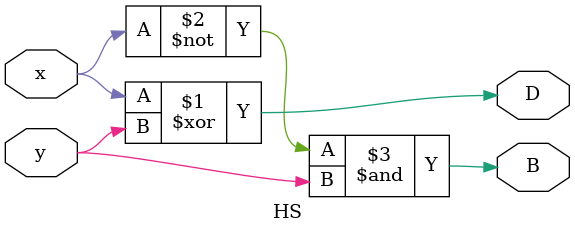
<source format=v>
module HS (
input wire x,y, // X is the most significant bit
output wire D,B
);
assign D = x^y;
assign B = ~x&y;

endmodule

</source>
